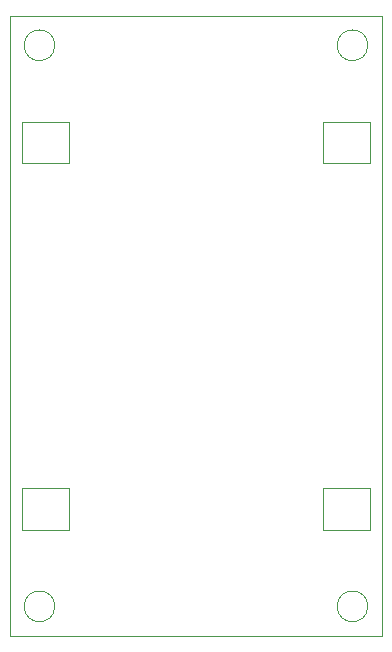
<source format=gbr>
%TF.GenerationSoftware,KiCad,Pcbnew,8.0.1*%
%TF.CreationDate,2024-04-29T01:14:48+09:00*%
%TF.ProjectId,pitch-convert,70697463-682d-4636-9f6e-766572742e6b,1*%
%TF.SameCoordinates,PX855f4f8PY6b58780*%
%TF.FileFunction,Profile,NP*%
%FSLAX46Y46*%
G04 Gerber Fmt 4.6, Leading zero omitted, Abs format (unit mm)*
G04 Created by KiCad (PCBNEW 8.0.1) date 2024-04-29 01:14:48*
%MOMM*%
%LPD*%
G01*
G04 APERTURE LIST*
%TA.AperFunction,Profile*%
%ADD10C,0.100000*%
%TD*%
G04 APERTURE END LIST*
D10*
X-30851000Y35560000D02*
X-26851000Y35560000D01*
X-26851000Y32060000D01*
X-30851000Y32060000D01*
X-30851000Y35560000D01*
X-5351000Y35560000D02*
X-1351000Y35560000D01*
X-1351000Y32060000D01*
X-5351000Y32060000D01*
X-5351000Y35560000D01*
X-30851000Y4560000D02*
X-26851000Y4560000D01*
X-26851000Y1060000D01*
X-30851000Y1060000D01*
X-30851000Y4560000D01*
X-5351000Y4560000D02*
X-1351000Y4560000D01*
X-1351000Y1060000D01*
X-5351000Y1060000D01*
X-5351000Y4560000D01*
X-1551000Y42060000D02*
G75*
G02*
X-4151000Y42060000I-1300000J0D01*
G01*
X-4151000Y42060000D02*
G75*
G02*
X-1551000Y42060000I1300000J0D01*
G01*
X-31851000Y44560000D02*
X-351000Y44560000D01*
X-351000Y-7940000D01*
X-31851000Y-7940000D01*
X-31851000Y44560000D01*
X-28051000Y-5440000D02*
G75*
G02*
X-30651000Y-5440000I-1300000J0D01*
G01*
X-30651000Y-5440000D02*
G75*
G02*
X-28051000Y-5440000I1300000J0D01*
G01*
X-1551000Y-5440000D02*
G75*
G02*
X-4151000Y-5440000I-1300000J0D01*
G01*
X-4151000Y-5440000D02*
G75*
G02*
X-1551000Y-5440000I1300000J0D01*
G01*
X-28051000Y42060000D02*
G75*
G02*
X-30651000Y42060000I-1300000J0D01*
G01*
X-30651000Y42060000D02*
G75*
G02*
X-28051000Y42060000I1300000J0D01*
G01*
M02*

</source>
